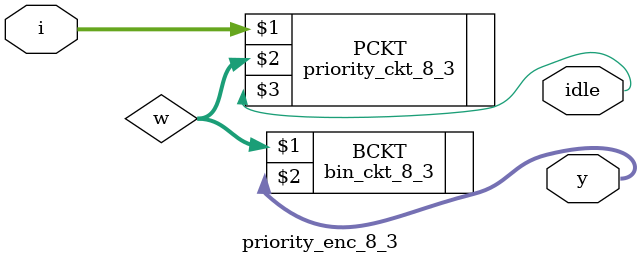
<source format=v>
module priority_enc_8_3(input [7:0]i,output [2:0]y,output idle);

wire [7:0] w;

priority_ckt_8_3 PCKT(i,w,idle);
bin_ckt_8_3 BCKT(w,y);


endmodule

</source>
